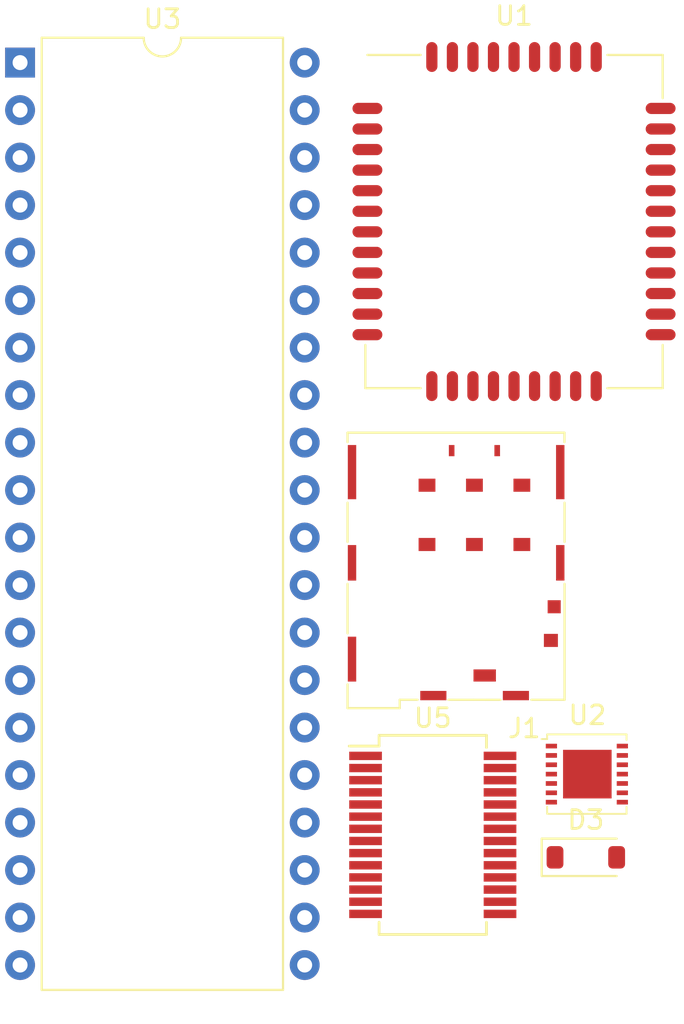
<source format=kicad_pcb>
(kicad_pcb (version 20221018) (generator pcbnew)
  (layers (0 "F.Cu" signal) (31 "B.Cu" signal) (34 "B.Paste" user) (35 "F.Paste" user) (36 "B.SilkS" user "B.Silkscreen") (37 "F.SilkS" user "F.Silkscreen") (38 "B.Mask" user) (39 "F.Mask" user) (44 "Edge.Cuts" user))
  (net 0 "")
  (net 1 "+5V")
  (net 2 "Net-(D3-A)")
  (net 3 "/C1")
  (net 4 "/C2")
  (net 5 "/C3")
  (net 6 "GND")
  (net 8 "/C6")
  (net 12 "Net-(U1-UART1_TXD)")
  (net 13 "Net-(U1-UART1_RXD)")
  (net 31 "Net-(AE1-A)")
  (net 35 "Net-(D2-A)")
  (net 36 "Net-(D1-A)")
  (net 56 "Net-(U3-~{RESET})")
  (net 82 "Net-(U3-PA1)")
  (net 83 "Net-(U3-PA0)")
  (net 93 "Net-(U5-USBD+)")
  (net 94 "Net-(U5-USBD-)")
  (net 97 "Net-(U5-CBUS1)")
  (net 98 "Net-(U5-CBUS0)")
  (footprint "Connector_JAE:JAE_SIM_Card_SF72S006" (layer "F.Cu") (at 158.95 86.02)
    (fp_text reference "J1" (at 2.667 10.541 180) (layer "F.SilkS"))
    (fp_text value "JAE_SIM_Card_SF72S006")
    (fp_line (start -6.7945 -4.7625) (end -6.7945 -5.2705) (stroke (width 0.12)) (layer "F.SilkS"))
    (fp_line (start -6.7945 0.5715) (end -6.7945 -1.524) (stroke (width 0.12)) (layer "F.SilkS"))
    (fp_line (start -6.7945 5.461) (end -6.7945 2.815) (stroke (width 0.12)) (layer "F.SilkS"))
    (fp_line (start -6.7945 9.4615) (end -6.7945 8.1915) (stroke (width 0.12)) (layer "F.SilkS"))
    (fp_line (start -4.0005 9.4615) (end -6.7945 9.4615) (stroke (width 0.12)) (layer "F.SilkS"))
    (fp_line (start -4.0005 9.4615) (end -4.0005 9.017) (stroke (width 0.12)) (layer "F.SilkS"))
    (fp_line (start -3.048 9.015) (end -4.0005 9.015) (stroke (width 0.12)) (layer "F.SilkS"))
    (fp_line (start 1.397 9.017) (end -1.397 9.015) (stroke (width 0.12)) (layer "F.SilkS"))
    (fp_line (start 4.82 -5.2705) (end -6.7945 -5.2705) (stroke (width 0.12)) (layer "F.SilkS"))
    (fp_line (start 4.82 -5.2705) (end 4.82 -4.7625) (stroke (width 0.12)) (layer "F.SilkS"))
    (fp_line (start 4.826 -1.524) (end 4.826 0.5715) (stroke (width 0.12)) (layer "F.SilkS"))
    (fp_line (start 4.826 2.815) (end 4.826 9.015) (stroke (width 0.12)) (layer "F.SilkS"))
    (fp_line (start 4.826 9.015) (end 3.048 9.015) (stroke (width 0.12)) (layer "F.SilkS"))
    (pad "C1" smd rect (at -2.54 -2.46 180) (size 0.9 0.7) (layers "F.Cu" "F.Paste" "F.Mask") (net 3 "/C1"))
    (pad "C2" smd rect (at 0 -2.46 180) (size 0.9 0.7) (layers "F.Cu" "F.Paste" "F.Mask") (net 4 "/C2"))
    (pad "C3" smd rect (at 2.54 -2.46 180) (size 0.9 0.7) (layers "F.Cu" "F.Paste" "F.Mask") (net 5 "/C3"))
    (pad "C5" smd rect (at -2.54 0.71 180) (size 0.9 0.7) (layers "F.Cu" "F.Paste" "F.Mask") (net 6 "GND"))
    (pad "C6" smd rect (at 0 0.71 180) (size 0.9 0.7) (layers "F.Cu" "F.Paste" "F.Mask"))
    (pad "C7" smd rect (at 2.54 0.71 180) (size 0.9 0.7) (layers "F.Cu" "F.Paste" "F.Mask") (net 8 "/C6"))
    (pad "CSW" smd rect (at 4.27 4.04 180) (size 0.7 0.7) (layers "F.Cu" "F.Paste" "F.Mask"))
    (pad "DSW" smd rect (at 0.55 7.715 180) (size 1.2 0.65) (layers "F.Cu" "F.Paste" "F.Mask"))
    (pad "SH" smd rect (at -6.555 -3.16 180) (size 0.45 2.9) (layers "F.Cu" "F.Paste" "F.Mask"))
    (pad "SH" smd rect (at -6.555 1.69 180) (size 0.45 1.9) (layers "F.Cu" "F.Paste" "F.Mask"))
    (pad "SH" smd rect (at -6.555 6.84 180) (size 0.45 2.4) (layers "F.Cu" "F.Paste" "F.Mask"))
    (pad "SH" smd rect (at -2.2 8.79 180) (size 1.4 0.5) (layers "F.Cu" "F.Paste" "F.Mask"))
    (pad "SH" smd rect (at -1.22 -4.31 180) (size 0.3 0.6) (layers "F.Cu" "F.Paste" "F.Mask"))
    (pad "SH" smd rect (at 1.22 -4.31 180) (size 0.3 0.6) (layers "F.Cu" "F.Paste" "F.Mask"))
    (pad "SH" smd rect (at 2.22 8.79 180) (size 1.4 0.5) (layers "F.Cu" "F.Paste" "F.Mask"))
    (pad "SH" smd rect (at 4.095 5.84 180) (size 0.75 0.7) (layers "F.Cu" "F.Paste" "F.Mask"))
    (pad "SH" smd rect (at 4.595 -3.16 180) (size 0.45 2.9) (layers "F.Cu" "F.Paste" "F.Mask"))
    (pad "SH" smd rect (at 4.595 1.69 180) (size 0.45 1.9) (layers "F.Cu" "F.Paste" "F.Mask"))
  )
  (footprint "RF_GSM:SIMCom_SIM800C" (layer "F.Cu") (at 161.07 69.46)
    (fp_text reference "U1" (at 0 -11) (layer "F.SilkS"))
    (fp_text value "SIM800C")
    (fp_line (start -7.96 8.91) (end -7.96 6.6) (stroke (width 0.12)) (layer "F.SilkS"))
    (fp_line (start -7.96 8.91) (end -5 8.91) (stroke (width 0.12)) (layer "F.SilkS"))
    (fp_line (start -7.85 -8.91) (end -5 -8.91) (stroke (width 0.12)) (layer "F.SilkS"))
    (fp_line (start 7.96 -8.91) (end 5 -8.91) (stroke (width 0.12)) (layer "F.SilkS"))
    (fp_line (start 7.96 -8.91) (end 7.96 -6.6) (stroke (width 0.12)) (layer "F.SilkS"))
    (fp_line (start 7.96 8.91) (end 5 8.91) (stroke (width 0.12)) (layer "F.SilkS"))
    (fp_line (start 7.96 8.91) (end 7.96 6.6) (stroke (width 0.12)) (layer "F.SilkS"))
    (pad "1" smd oval (at -7.85 -6.05) (size 1.6 0.6) (layers "F.Cu" "F.Mask") (net 12 "Net-(U1-UART1_TXD)"))
    (pad "2" smd oval (at -7.85 -4.95) (size 1.6 0.6) (layers "F.Cu" "F.Mask") (net 13 "Net-(U1-UART1_RXD)"))
    (pad "3" smd oval (at -7.85 -3.85) (size 1.6 0.6) (layers "F.Cu" "F.Mask"))
    (pad "4" smd oval (at -7.85 -2.75) (size 1.6 0.6) (layers "F.Cu" "F.Mask"))
    (pad "5" smd oval (at -7.85 -1.65) (size 1.6 0.6) (layers "F.Cu" "F.Mask"))
    (pad "6" smd oval (at -7.85 -0.55) (size 1.6 0.6) (layers "F.Cu" "F.Mask"))
    (pad "7" smd oval (at -7.85 0.55) (size 1.6 0.6) (layers "F.Cu" "F.Mask"))
    (pad "8" smd oval (at -7.85 1.65) (size 1.6 0.6) (layers "F.Cu" "F.Mask") (net 6 "GND"))
    (pad "9" smd oval (at -7.85 2.75) (size 1.6 0.6) (layers "F.Cu" "F.Mask"))
    (pad "10" smd oval (at -7.85 3.85) (size 1.6 0.6) (layers "F.Cu" "F.Mask"))
    (pad "11" smd oval (at -7.85 4.95) (size 1.6 0.6) (layers "F.Cu" "F.Mask"))
    (pad "12" smd oval (at -7.85 6.05) (size 1.6 0.6) (layers "F.Cu" "F.Mask"))
    (pad "13" smd oval (at -4.4 8.8) (size 0.6 1.6) (layers "F.Cu" "F.Mask") (net 6 "GND"))
    (pad "14" smd oval (at -3.3 8.8) (size 0.6 1.6) (layers "F.Cu" "F.Mask"))
    (pad "15" smd oval (at -2.2 8.8) (size 0.6 1.6) (layers "F.Cu" "F.Mask") (net 8 "/C6"))
    (pad "16" smd oval (at -1.1 8.8) (size 0.6 1.6) (layers "F.Cu" "F.Mask") (net 5 "/C3"))
    (pad "17" smd oval (at 0 8.8) (size 0.6 1.6) (layers "F.Cu" "F.Mask") (net 4 "/C2"))
    (pad "18" smd oval (at 1.1 8.8) (size 0.6 1.6) (layers "F.Cu" "F.Mask") (net 3 "/C1"))
    (pad "19" smd oval (at 2.2 8.8) (size 0.6 1.6) (layers "F.Cu" "F.Mask") (net 6 "GND"))
    (pad "20" smd oval (at 3.3 8.8) (size 0.6 1.6) (layers "F.Cu" "F.Mask"))
    (pad "21" smd oval (at 4.4 8.8) (size 0.6 1.6) (layers "F.Cu" "F.Mask") (net 6 "GND"))
    (pad "22" smd oval (at 7.85 6.05) (size 1.6 0.6) (layers "F.Cu" "F.Mask"))
    (pad "23" smd oval (at 7.85 4.95) (size 1.6 0.6) (layers "F.Cu" "F.Mask"))
    (pad "24" smd oval (at 7.85 3.85) (size 1.6 0.6) (layers "F.Cu" "F.Mask"))
    (pad "25" smd oval (at 7.85 2.75) (size 1.6 0.6) (layers "F.Cu" "F.Mask"))
    (pad "26" smd oval (at 7.85 1.65) (size 1.6 0.6) (layers "F.Cu" "F.Mask"))
    (pad "27" smd oval (at 7.85 0.55) (size 1.6 0.6) (layers "F.Cu" "F.Mask") (net 6 "GND"))
    (pad "28" smd oval (at 7.85 -0.55) (size 1.6 0.6) (layers "F.Cu" "F.Mask") (net 1 "+5V"))
    (pad "29" smd oval (at 7.85 -1.65) (size 1.6 0.6) (layers "F.Cu" "F.Mask"))
    (pad "30" smd oval (at 7.85 -2.75) (size 1.6 0.6) (layers "F.Cu" "F.Mask") (net 6 "GND"))
    (pad "31" smd oval (at 7.85 -3.85) (size 1.6 0.6) (layers "F.Cu" "F.Mask") (net 6 "GND"))
    (pad "32" smd oval (at 7.85 -4.95) (size 1.6 0.6) (layers "F.Cu" "F.Mask") (net 31 "Net-(AE1-A)"))
    (pad "33" smd oval (at 7.85 -6.05) (size 1.6 0.6) (layers "F.Cu" "F.Mask") (net 6 "GND"))
    (pad "34" smd oval (at 4.4 -8.8) (size 0.6 1.6) (layers "F.Cu" "F.Mask") (net 1 "+5V"))
    (pad "35" smd oval (at 3.3 -8.8) (size 0.6 1.6) (layers "F.Cu" "F.Mask") (net 1 "+5V"))
    (pad "36" smd oval (at 2.2 -8.8) (size 0.6 1.6) (layers "F.Cu" "F.Mask") (net 6 "GND"))
    (pad "37" smd oval (at 1.1 -8.8) (size 0.6 1.6) (layers "F.Cu" "F.Mask") (net 6 "GND"))
    (pad "38" smd oval (at 0 -8.8) (size 0.6 1.6) (layers "F.Cu" "F.Mask"))
    (pad "39" smd oval (at -1.1 -8.8) (size 0.6 1.6) (layers "F.Cu" "F.Mask"))
    (pad "40" smd oval (at -2.2 -8.8) (size 0.6 1.6) (layers "F.Cu" "F.Mask"))
    (pad "41" smd oval (at -3.3 -8.8) (size 0.6 1.6) (layers "F.Cu" "F.Mask") (net 35 "Net-(D2-A)"))
    (pad "42" smd oval (at -4.4 -8.8) (size 0.6 1.6) (layers "F.Cu" "F.Mask") (net 36 "Net-(D1-A)"))
  )
  (footprint "Diode_SMD:D_SOD-123" (layer "F.Cu") (at 164.915 103.46)
    (fp_text reference "D3" (at 0 -2) (layer "F.SilkS"))
    (fp_text value "MBR0520LT")
    (fp_line (start -2.36 -1) (end -2.36 1) (stroke (width 0.12)) (layer "F.SilkS"))
    (fp_line (start -2.36 -1) (end 1.65 -1) (stroke (width 0.12)) (layer "F.SilkS"))
    (fp_line (start -2.36 1) (end 1.65 1) (stroke (width 0.12)) (layer "F.SilkS"))
    (pad "1" smd roundrect (at -1.65 0) (size 0.9 1.2) (layers "F.Cu" "F.Paste" "F.Mask") (net 1 "+5V"))
    (pad "2" smd roundrect (at 1.65 0) (size 0.9 1.2) (layers "F.Cu" "F.Paste" "F.Mask") (net 2 "Net-(D3-A)"))
  )
  (footprint "Package_DIP:DIP-40_W15.24mm" (layer "F.Cu") (at 134.62 60.96)
    (fp_text reference "U3" (at 7.62 -2.33) (layer "F.SilkS"))
    (fp_text value "ATmega32L-8P")
    (fp_line (start 1.16 -1.33) (end 1.16 49.59) (stroke (width 0.12)) (layer "F.SilkS"))
    (fp_line (start 1.16 49.59) (end 14.08 49.59) (stroke (width 0.12)) (layer "F.SilkS"))
    (fp_line (start 6.62 -1.33) (end 1.16 -1.33) (stroke (width 0.12)) (layer "F.SilkS"))
    (fp_line (start 14.08 -1.33) (end 8.62 -1.33) (stroke (width 0.12)) (layer "F.SilkS"))
    (fp_line (start 14.08 49.59) (end 14.08 -1.33) (stroke (width 0.12)) (layer "F.SilkS"))
    (fp_arc (start 8.62 -1.33) (mid 7.62 -0.33) (end 6.62 -1.33) (stroke (width 0.12)) (layer "F.SilkS"))
    (pad "1" thru_hole rect (at 0 0) (size 1.6 1.6) (drill 0.8) (layers "*.Cu" "*.Mask") (net 12 "Net-(U1-UART1_TXD)"))
    (pad "2" thru_hole oval (at 0 2.54) (size 1.6 1.6) (drill 0.8) (layers "*.Cu" "*.Mask") (net 13 "Net-(U1-UART1_RXD)"))
    (pad "3" thru_hole oval (at 0 5.08) (size 1.6 1.6) (drill 0.8) (layers "*.Cu" "*.Mask"))
    (pad "4" thru_hole oval (at 0 7.62) (size 1.6 1.6) (drill 0.8) (layers "*.Cu" "*.Mask"))
    (pad "5" thru_hole oval (at 0 10.16) (size 1.6 1.6) (drill 0.8) (layers "*.Cu" "*.Mask"))
    (pad "6" thru_hole oval (at 0 12.7) (size 1.6 1.6) (drill 0.8) (layers "*.Cu" "*.Mask"))
    (pad "7" thru_hole oval (at 0 15.24) (size 1.6 1.6) (drill 0.8) (layers "*.Cu" "*.Mask"))
    (pad "8" thru_hole oval (at 0 17.78) (size 1.6 1.6) (drill 0.8) (layers "*.Cu" "*.Mask"))
    (pad "9" thru_hole oval (at 0 20.32) (size 1.6 1.6) (drill 0.8) (layers "*.Cu" "*.Mask") (net 56 "Net-(U3-~{RESET})"))
    (pad "10" thru_hole oval (at 0 22.86) (size 1.6 1.6) (drill 0.8) (layers "*.Cu" "*.Mask") (net 1 "+5V"))
    (pad "11" thru_hole oval (at 0 25.4) (size 1.6 1.6) (drill 0.8) (layers "*.Cu" "*.Mask") (net 6 "GND"))
    (pad "12" thru_hole oval (at 0 27.94) (size 1.6 1.6) (drill 0.8) (layers "*.Cu" "*.Mask"))
    (pad "13" thru_hole oval (at 0 30.48) (size 1.6 1.6) (drill 0.8) (layers "*.Cu" "*.Mask"))
    (pad "14" thru_hole oval (at 0 33.02) (size 1.6 1.6) (drill 0.8) (layers "*.Cu" "*.Mask"))
    (pad "15" thru_hole oval (at 0 35.56) (size 1.6 1.6) (drill 0.8) (layers "*.Cu" "*.Mask"))
    (pad "16" thru_hole oval (at 0 38.1) (size 1.6 1.6) (drill 0.8) (layers "*.Cu" "*.Mask"))
    (pad "17" thru_hole oval (at 0 40.64) (size 1.6 1.6) (drill 0.8) (layers "*.Cu" "*.Mask"))
    (pad "18" thru_hole oval (at 0 43.18) (size 1.6 1.6) (drill 0.8) (layers "*.Cu" "*.Mask"))
    (pad "19" thru_hole oval (at 0 45.72) (size 1.6 1.6) (drill 0.8) (layers "*.Cu" "*.Mask"))
    (pad "20" thru_hole oval (at 0 48.26) (size 1.6 1.6) (drill 0.8) (layers "*.Cu" "*.Mask"))
    (pad "21" thru_hole oval (at 15.24 48.26) (size 1.6 1.6) (drill 0.8) (layers "*.Cu" "*.Mask"))
    (pad "22" thru_hole oval (at 15.24 45.72) (size 1.6 1.6) (drill 0.8) (layers "*.Cu" "*.Mask"))
    (pad "23" thru_hole oval (at 15.24 43.18) (size 1.6 1.6) (drill 0.8) (layers "*.Cu" "*.Mask"))
    (pad "24" thru_hole oval (at 15.24 40.64) (size 1.6 1.6) (drill 0.8) (layers "*.Cu" "*.Mask"))
    (pad "25" thru_hole oval (at 15.24 38.1) (size 1.6 1.6) (drill 0.8) (layers "*.Cu" "*.Mask"))
    (pad "26" thru_hole oval (at 15.24 35.56) (size 1.6 1.6) (drill 0.8) (layers "*.Cu" "*.Mask"))
    (pad "27" thru_hole oval (at 15.24 33.02) (size 1.6 1.6) (drill 0.8) (layers "*.Cu" "*.Mask"))
    (pad "28" thru_hole oval (at 15.24 30.48) (size 1.6 1.6) (drill 0.8) (layers "*.Cu" "*.Mask"))
    (pad "29" thru_hole oval (at 15.24 27.94) (size 1.6 1.6) (drill 0.8) (layers "*.Cu" "*.Mask"))
    (pad "30" thru_hole oval (at 15.24 25.4) (size 1.6 1.6) (drill 0.8) (layers "*.Cu" "*.Mask") (net 1 "+5V"))
    (pad "31" thru_hole oval (at 15.24 22.86) (size 1.6 1.6) (drill 0.8) (layers "*.Cu" "*.Mask") (net 6 "GND"))
    (pad "32" thru_hole oval (at 15.24 20.32) (size 1.6 1.6) (drill 0.8) (layers "*.Cu" "*.Mask"))
    (pad "33" thru_hole oval (at 15.24 17.78) (size 1.6 1.6) (drill 0.8) (layers "*.Cu" "*.Mask"))
    (pad "34" thru_hole oval (at 15.24 15.24) (size 1.6 1.6) (drill 0.8) (layers "*.Cu" "*.Mask"))
    (pad "35" thru_hole oval (at 15.24 12.7) (size 1.6 1.6) (drill 0.8) (layers "*.Cu" "*.Mask"))
    (pad "36" thru_hole oval (at 15.24 10.16) (size 1.6 1.6) (drill 0.8) (layers "*.Cu" "*.Mask"))
    (pad "37" thru_hole oval (at 15.24 7.62) (size 1.6 1.6) (drill 0.8) (layers "*.Cu" "*.Mask"))
    (pad "38" thru_hole oval (at 15.24 5.08) (size 1.6 1.6) (drill 0.8) (layers "*.Cu" "*.Mask"))
    (pad "39" thru_hole oval (at 15.24 2.54) (size 1.6 1.6) (drill 0.8) (layers "*.Cu" "*.Mask") (net 82 "Net-(U3-PA1)"))
    (pad "40" thru_hole oval (at 15.24 0) (size 1.6 1.6) (drill 0.8) (layers "*.Cu" "*.Mask") (net 83 "Net-(U3-PA0)"))
  )
  (footprint "Package_SO:SSOP-28_5.3x10.2mm_P0.65mm" (layer "F.Cu") (at 156.72 102.26)
    (fp_text reference "U5" (at 0 -6.25) (layer "F.SilkS"))
    (fp_text value "FT232RL")
    (fp_line (start -2.875 -5.325) (end -2.875 -4.75) (stroke (width 0.15)) (layer "F.SilkS"))
    (fp_line (start -2.875 -5.325) (end 2.875 -5.325) (stroke (width 0.15)) (layer "F.SilkS"))
    (fp_line (start -2.875 -4.75) (end -4.475 -4.75) (stroke (width 0.15)) (layer "F.SilkS"))
    (fp_line (start -2.875 5.325) (end -2.875 4.675) (stroke (width 0.15)) (layer "F.SilkS"))
    (fp_line (start -2.875 5.325) (end 2.875 5.325) (stroke (width 0.15)) (layer "F.SilkS"))
    (fp_line (start 2.875 -5.325) (end 2.875 -4.675) (stroke (width 0.15)) (layer "F.SilkS"))
    (fp_line (start 2.875 5.325) (end 2.875 4.675) (stroke (width 0.15)) (layer "F.SilkS"))
    (pad "1" smd rect (at -3.6 -4.225) (size 1.75 0.45) (layers "F.Cu" "F.Paste" "F.Mask") (net 82 "Net-(U3-PA1)"))
    (pad "2" smd rect (at -3.6 -3.575) (size 1.75 0.45) (layers "F.Cu" "F.Paste" "F.Mask"))
    (pad "3" smd rect (at -3.6 -2.925) (size 1.75 0.45) (layers "F.Cu" "F.Paste" "F.Mask"))
    (pad "4" smd rect (at -3.6 -2.275) (size 1.75 0.45) (layers "F.Cu" "F.Paste" "F.Mask") (net 1 "+5V"))
    (pad "5" smd rect (at -3.6 -1.625) (size 1.75 0.45) (layers "F.Cu" "F.Paste" "F.Mask") (net 83 "Net-(U3-PA0)"))
    (pad "6" smd rect (at -3.6 -0.975) (size 1.75 0.45) (layers "F.Cu" "F.Paste" "F.Mask"))
    (pad "7" smd rect (at -3.6 -0.325) (size 1.75 0.45) (layers "F.Cu" "F.Paste" "F.Mask") (net 6 "GND"))
    (pad "8" smd rect (at -3.6 0.325) (size 1.75 0.45) (layers "F.Cu" "F.Paste" "F.Mask"))
    (pad "9" smd rect (at -3.6 0.975) (size 1.75 0.45) (layers "F.Cu" "F.Paste" "F.Mask"))
    (pad "10" smd rect (at -3.6 1.625) (size 1.75 0.45) (layers "F.Cu" "F.Paste" "F.Mask"))
    (pad "11" smd rect (at -3.6 2.275) (size 1.75 0.45) (layers "F.Cu" "F.Paste" "F.Mask"))
    (pad "12" smd rect (at -3.6 2.925) (size 1.75 0.45) (layers "F.Cu" "F.Paste" "F.Mask"))
    (pad "13" smd rect (at -3.6 3.575) (size 1.75 0.45) (layers "F.Cu" "F.Paste" "F.Mask"))
    (pad "14" smd rect (at -3.6 4.225) (size 1.75 0.45) (layers "F.Cu" "F.Paste" "F.Mask"))
    (pad "15" smd rect (at 3.6 4.225) (size 1.75 0.45) (layers "F.Cu" "F.Paste" "F.Mask") (net 93 "Net-(U5-USBD+)"))
    (pad "16" smd rect (at 3.6 3.575) (size 1.75 0.45) (layers "F.Cu" "F.Paste" "F.Mask") (net 94 "Net-(U5-USBD-)"))
    (pad "17" smd rect (at 3.6 2.925) (size 1.75 0.45) (layers "F.Cu" "F.Paste" "F.Mask"))
    (pad "18" smd rect (at 3.6 2.275) (size 1.75 0.45) (layers "F.Cu" "F.Paste" "F.Mask") (net 6 "GND"))
    (pad "19" smd rect (at 3.6 1.625) (size 1.75 0.45) (layers "F.Cu" "F.Paste" "F.Mask"))
    (pad "20" smd rect (at 3.6 0.975) (size 1.75 0.45) (layers "F.Cu" "F.Paste" "F.Mask") (net 1 "+5V"))
    (pad "21" smd rect (at 3.6 0.325) (size 1.75 0.45) (layers "F.Cu" "F.Paste" "F.Mask") (net 6 "GND"))
    (pad "22" smd rect (at 3.6 -0.325) (size 1.75 0.45) (layers "F.Cu" "F.Paste" "F.Mask") (net 97 "Net-(U5-CBUS1)"))
    (pad "23" smd rect (at 3.6 -0.975) (size 1.75 0.45) (layers "F.Cu" "F.Paste" "F.Mask") (net 98 "Net-(U5-CBUS0)"))
    (pad "24" smd rect (at 3.6 -1.625) (size 1.75 0.45) (layers "F.Cu" "F.Paste" "F.Mask"))
    (pad "25" smd rect (at 3.6 -2.275) (size 1.75 0.45) (layers "F.Cu" "F.Paste" "F.Mask") (net 6 "GND"))
    (pad "26" smd rect (at 3.6 -2.925) (size 1.75 0.45) (layers "F.Cu" "F.Paste" "F.Mask") (net 6 "GND"))
    (pad "27" smd rect (at 3.6 -3.575) (size 1.75 0.45) (layers "F.Cu" "F.Paste" "F.Mask"))
    (pad "28" smd rect (at 3.6 -4.225) (size 1.75 0.45) (layers "F.Cu" "F.Paste" "F.Mask"))
  )
  (footprint "Package_SON:WSON-14-1EP_4.0x4.0mm_P0.5mm_EP2.6x2.6mm" (layer "F.Cu") (at 164.97 99.01)
    (fp_text reference "U2" (at 0.027363 -3.153276) (layer "F.SilkS"))
    (fp_text value "LP3947")
    (fp_line (start -2.425 -1.875) (end -2.125 -1.875) (stroke (width 0.1)) (layer "F.SilkS"))
    (fp_line (start -2.125 -2.125) (end -2.125 -1.875) (stroke (width 0.1)) (layer "F.SilkS"))
    (fp_line (start -2.125 2.125) (end -2.125 1.75) (stroke (width 0.1)) (layer "F.SilkS"))
    (fp_line (start 2.125 -2.125) (end -2.125 -2.125) (stroke (width 0.1)) (layer "F.SilkS"))
    (fp_line (start 2.125 -2.125) (end 2.125 -1.825) (stroke (width 0.1)) (layer "F.SilkS"))
    (fp_line (start 2.125 1.75) (end 2.125 2.125) (stroke (width 0.1)) (layer "F.SilkS"))
    (fp_line (start 2.125 2.125) (end -2.1 2.125) (stroke (width 0.1)) (layer "F.SilkS"))
    (pad "1" smd rect (at -1.9 -1.5 270) (size 0.25 0.6) (layers "F.Cu" "F.Paste" "F.Mask"))
    (pad "2" smd rect (at -1.9 -1 270) (size 0.25 0.6) (layers "F.Cu" "F.Paste" "F.Mask"))
    (pad "3" smd rect (at -1.9 -0.5 270) (size 0.25 0.6) (layers "F.Cu" "F.Paste" "F.Mask"))
    (pad "4" smd rect (at -1.9 0 270) (size 0.25 0.6) (layers "F.Cu" "F.Paste" "F.Mask") (net 1 "+5V"))
    (pad "5" smd rect (at -1.9 0.5 270) (size 0.25 0.6) (layers "F.Cu" "F.Paste" "F.Mask"))
    (pad "6" smd rect (at -1.9 1 270) (size 0.25 0.6) (layers "F.Cu" "F.Paste" "F.Mask"))
    (pad "7" smd rect (at -1.9 1.5 270) (size 0.25 0.6) (layers "F.Cu" "F.Paste" "F.Mask"))
    (pad "8" smd rect (at 1.9 1.5 270) (size 0.25 0.6) (layers "F.Cu" "F.Paste" "F.Mask"))
    (pad "9" smd rect (at 1.9 1 270) (size 0.25 0.6) (layers "F.Cu" "F.Paste" "F.Mask"))
    (pad "10" smd rect (at 1.9 0.5 270) (size 0.25 0.6) (layers "F.Cu" "F.Paste" "F.Mask"))
    (pad "11" smd rect (at 1.9 0 270) (size 0.25 0.6) (layers "F.Cu" "F.Paste" "F.Mask") (net 6 "GND"))
    (pad "12" smd rect (at 1.9 -0.5 270) (size 0.25 0.6) (layers "F.Cu" "F.Paste" "F.Mask"))
    (pad "13" smd rect (at 1.9 -1 270) (size 0.25 0.6) (layers "F.Cu" "F.Paste" "F.Mask"))
    (pad "14" smd rect (at 1.9 -1.5 270) (size 0.25 0.6) (layers "F.Cu" "F.Paste" "F.Mask"))
    (pad "15" smd rect (at 0.025 0 270) (size 2.6 2.6) (layers "F.Cu" "F.Mask"))
  )
)
</source>
